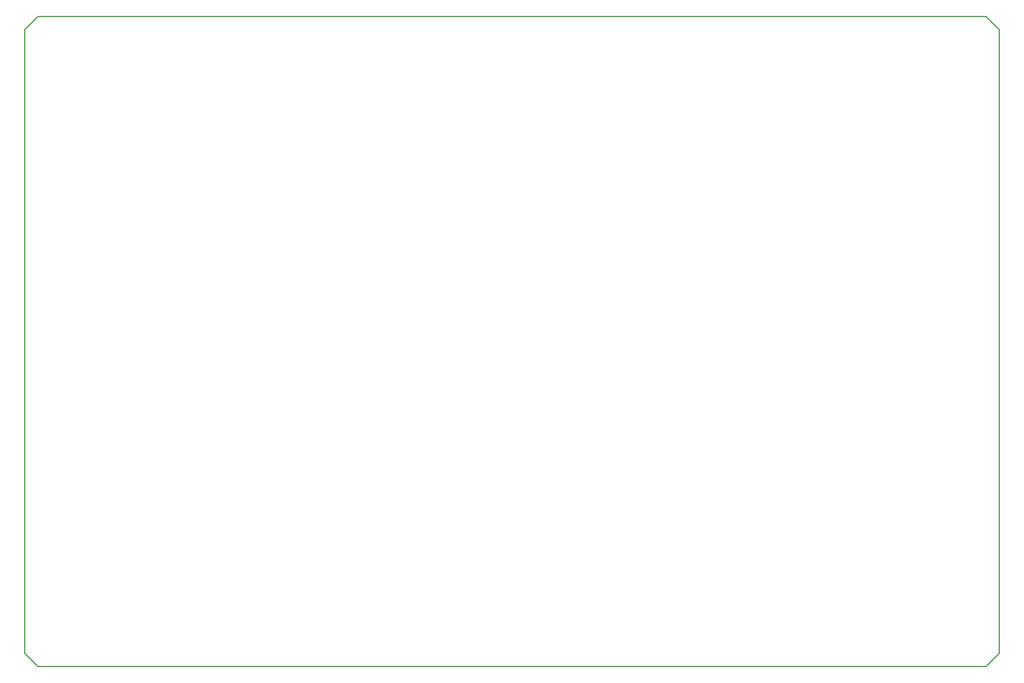
<source format=gbr>
G04 #@! TF.GenerationSoftware,KiCad,Pcbnew,(5.0.1)-3*
G04 #@! TF.CreationDate,2019-04-03T23:09:03+02:00*
G04 #@! TF.ProjectId,discovery,646973636F766572792E6B696361645F,rev?*
G04 #@! TF.SameCoordinates,PX4c4640PY8a48028*
G04 #@! TF.FileFunction,Profile,NP*
%FSLAX46Y46*%
G04 Gerber Fmt 4.6, Leading zero omitted, Abs format (unit mm)*
G04 Created by KiCad (PCBNEW (5.0.1)-3) date 03/04/2019 23:09:03*
%MOMM*%
%LPD*%
G01*
G04 APERTURE LIST*
%ADD10C,0.150000*%
G04 APERTURE END LIST*
D10*
X143001280Y-5001560D02*
X145001280Y-3001560D01*
X143001280Y94998440D02*
X145001280Y92998440D01*
X-4998720Y92998440D02*
X-2998720Y94998440D01*
X-4998720Y-3001560D02*
X-2998720Y-5001560D01*
X-2998720Y94998440D02*
X143001280Y94998440D01*
X-4998720Y-3001560D02*
X-4998720Y92998440D01*
X-2998720Y-5001560D02*
X143001280Y-5001560D01*
X145001280Y92998440D02*
X145001280Y-3001560D01*
M02*

</source>
